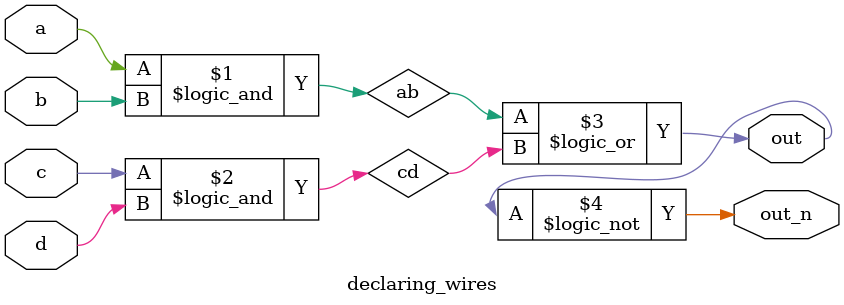
<source format=v>
`resetall
`timescale 1ns / 1ps
`default_nettype none

module declaring_wires (
    input  wire a,
    input  wire b,
    input  wire c,
    input  wire d,
    output wire out,
    output wire out_n
);
    
    wire ab;
    wire cd;
    
    assign ab = a && b;
    assign cd = c && d;
    
    assign out = ab || cd;
    assign out_n = !out;

endmodule
</source>
